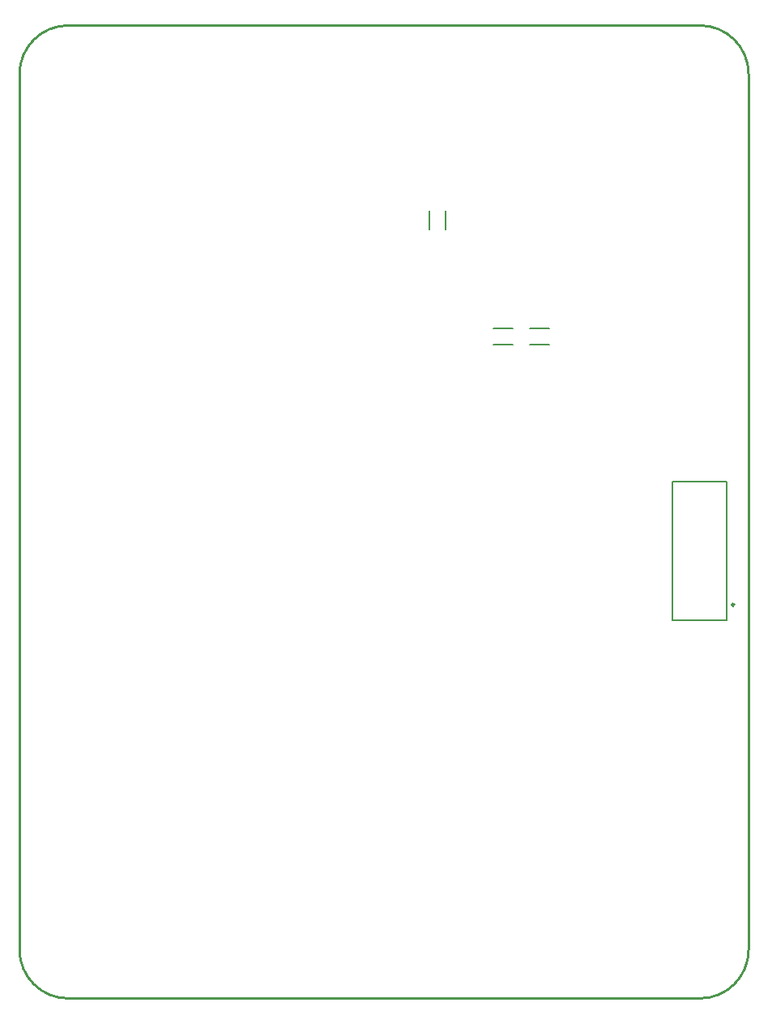
<source format=gbo>
G04*
G04 #@! TF.GenerationSoftware,Altium Limited,Altium Designer,23.8.1 (32)*
G04*
G04 Layer_Color=32896*
%FSLAX25Y25*%
%MOIN*%
G70*
G04*
G04 #@! TF.SameCoordinates,29178C35-F4AC-4926-8FEA-C3B9FECDB407*
G04*
G04*
G04 #@! TF.FilePolarity,Positive*
G04*
G01*
G75*
%ADD11C,0.00787*%
%ADD13C,0.00984*%
%ADD14C,0.01000*%
D11*
X310039Y368653D02*
X317961D01*
X310039Y375346D02*
X317961D01*
X368516Y312476D02*
X390957D01*
Y255587D02*
Y312476D01*
X368516Y255587D02*
X390957D01*
X368516D02*
Y312476D01*
X295039Y368653D02*
X302961D01*
X295039Y375346D02*
X302961D01*
X268653Y416039D02*
Y423961D01*
X275346Y416039D02*
Y423961D01*
D13*
X394106Y261886D02*
G03*
X394106Y261886I-492J0D01*
G01*
D14*
X380000Y100000D02*
G03*
X400000Y120000I0J20000D01*
G01*
X100000Y120000D02*
G03*
X120000Y100000I20000J0D01*
G01*
X400000Y480000D02*
G03*
X380000Y500000I-20000J0D01*
G01*
X120000Y500000D02*
G03*
X100000Y480000I0J-20000D01*
G01*
Y120000D02*
Y480000D01*
X400000Y120000D02*
X400000Y480000D01*
X120000Y100000D02*
X380000D01*
X120000Y500000D02*
X380000D01*
M02*

</source>
